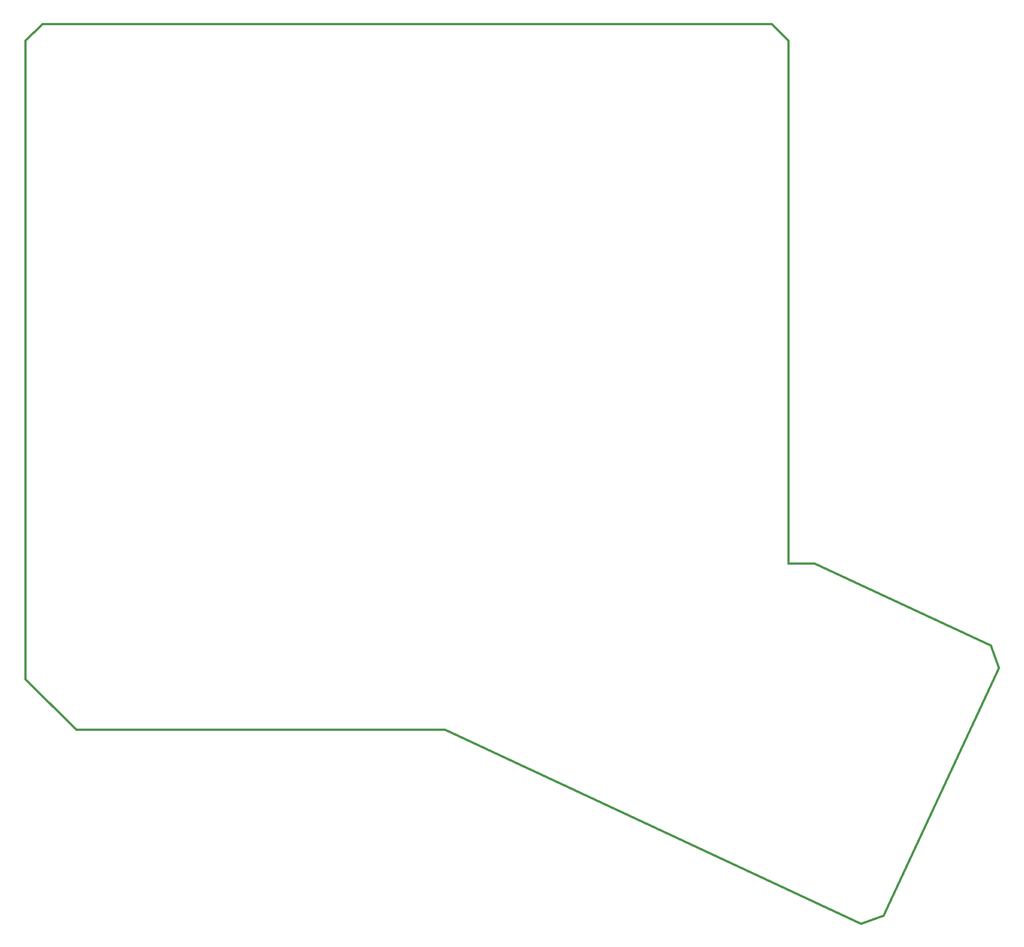
<source format=gbr>
G04 #@! TF.GenerationSoftware,KiCad,Pcbnew,(5.0.1)-3*
G04 #@! TF.CreationDate,2018-11-16T23:33:18-08:00*
G04 #@! TF.ProjectId,ErgoMaxLeft,4572676F4D61784C6566742E6B696361,rev?*
G04 #@! TF.SameCoordinates,Original*
G04 #@! TF.FileFunction,Profile,NP*
%FSLAX46Y46*%
G04 Gerber Fmt 4.6, Leading zero omitted, Abs format (unit mm)*
G04 Created by KiCad (PCBNEW (5.0.1)-3) date 16/11/2018 23:33:18*
%MOMM*%
%LPD*%
G01*
G04 APERTURE LIST*
%ADD10C,0.381000*%
G04 APERTURE END LIST*
D10*
X113514000Y-35850000D02*
X110339000Y-39025000D01*
X253650000Y-137290000D02*
X258548600Y-137333000D01*
X250480000Y-35850000D02*
X113514000Y-35850000D01*
X253649480Y-39024560D02*
X250479560Y-35849560D01*
X253649480Y-39024560D02*
X253650000Y-137290000D01*
X110340000Y-159050000D02*
X119865000Y-168575000D01*
X291639720Y-152763500D02*
X258548600Y-137333000D01*
X293176420Y-156982440D02*
X291639720Y-152763500D01*
X271492440Y-203484760D02*
X293176420Y-156982440D01*
X267273500Y-205018920D02*
X271492440Y-203484760D01*
X189105000Y-168575000D02*
X267273500Y-205018920D01*
X119865000Y-168575000D02*
X189105000Y-168575000D01*
X110337600Y-39027100D02*
X110340000Y-159050000D01*
M02*

</source>
